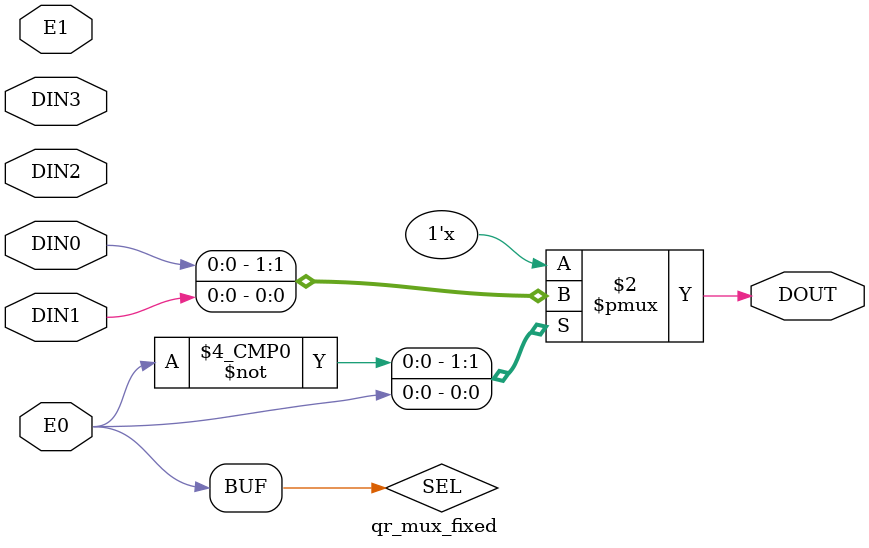
<source format=sv>
module qr_mux_fixed(
    input wire logic DIN0,
	input wire logic DIN1,
	input wire logic DIN2,
	input wire logic DIN3,
    input wire logic E0,
	input wire logic E1,
    output wire logic DOUT 
);

logic SEL;

assign SEL = {E1, E0};

always_comb begin : MUX_4
	case (SEL)
		2'b00: DOUT = DIN0;
		2'b01: DOUT = DIN1;
		2'b10: DOUT = DIN2;
		2'b11: DOUT = DIN3;
	endcase
end

endmodule
</source>
